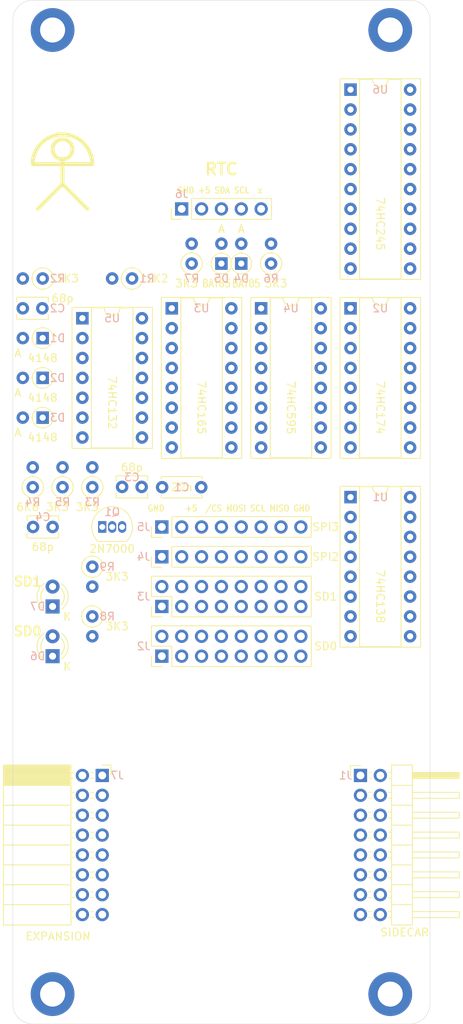
<source format=kicad_pcb>
(kicad_pcb (version 20240108) (generator "pcbnew") (generator_version "8.0")
  (layers (0 "F.Cu" signal) (31 "B.Cu" signal) (34 "B.Paste" user) (35 "F.Paste" user) (36 "B.SilkS" user "B.Silkscreen") (37 "F.SilkS" user "F.Silkscreen") (38 "B.Mask" user) (39 "F.Mask" user) (44 "Edge.Cuts" user))
  (net 0 "")
  (net 1 "GND")
  (net 2 "+5V")
  (net 3 "/~{WR}")
  (net 4 "/D_WR")
  (net 5 "/D_CLK")
  (net 6 "/CLK")
  (net 7 "/D_SCK")
  (net 8 "/~{SCLK}")
  (net 9 "/I2C_C")
  (net 10 "/SCL")
  (net 11 "/SDA")
  (net 12 "/I2C_D")
  (net 13 "/~{CS0}")
  (net 14 "/SD0")
  (net 15 "/~{CS1}")
  (net 16 "/SD1")
  (net 17 "/~{IOX}")
  (net 18 "PD7")
  (net 19 "/BA3")
  (net 20 "PD0")
  (net 21 "PD3")
  (net 22 "PD6")
  (net 23 "/BA1")
  (net 24 "PD2")
  (net 25 "/BR~{W}")
  (net 26 "PD1")
  (net 27 "PD4")
  (net 28 "/BA2")
  (net 29 "/BA0")
  (net 30 "PD5")
  (net 32 "/MOSI")
  (net 33 "/MISO")
  (net 34 "/SCLK")
  (net 39 "/~{CS2}")
  (net 41 "/~{CS3}")
  (net 43 "/R_CLK")
  (net 44 "/R_DLY")
  (net 45 "/~{CTL}")
  (net 46 "/~{RD}")
  (net 53 "/OCLK")
  (net 54 "/R_WR")
  (footprint "Diode_THT:D_DO-35_SOD27_P2.54mm_Vertical_AnodeUp" (layer "F.Cu") (at 29.21 73.66 180)
    (property "Reference" "D2" (at -1.905 0 0) (layer "B.SilkS") (effects (justify mirror)))
    (property "Value" "4148" (at 0 -2.54 0) (layer "F.SilkS"))
    (fp_text user "A" (at 3.175 -1.905 0) (layer "F.SilkS"))
    (pad "1" thru_hole rect (at 0 0 180) (size 1.6 1.6) (drill 0.8) (layers "*.Cu" "*.Mask") (net 5 "/D_CLK"))
    (pad "2" thru_hole oval (at 2.54 0 180) (size 1.6 1.6) (drill 0.8) (layers "*.Cu" "*.Mask") (net 1 "GND"))
  )
  (footprint "Diode_THT:D_DO-35_SOD27_P2.54mm_Vertical_AnodeUp" (layer "F.Cu") (at 54.61 59.055 90)
    (property "Reference" "D4" (at -1.905 0 0) (layer "B.SilkS") (effects (justify mirror)))
    (property "Value" "BAT85" (at -2.54 0.635 0) (layer "F.SilkS") (effects (font (size 1 0.8))))
    (fp_text user "A" (at 4.445 0 0) (layer "F.SilkS"))
    (pad "1" thru_hole rect (at 0 0 90) (size 1.6 1.6) (drill 0.8) (layers "*.Cu" "*.Mask") (net 10 "/SCL"))
    (pad "2" thru_hole oval (at 2.54 0 90) (size 1.6 1.6) (drill 0.8) (layers "*.Cu" "*.Mask") (net 9 "/I2C_C"))
  )
  (footprint "MountingHole:MountingHole_3.2mm_M3_DIN965_Pad" (layer "F.Cu") (at 73.66 152.4)
    (property "Reference" "H4" (hide yes))
    (property "Value" "MountingHole_Pad" (hide yes))
    (pad "1" thru_hole circle (at 0 0) (size 5.6 5.6) (drill 3.2) (layers "*.Cu" "*.Mask") (net 1 "GND"))
  )
  (footprint "LED_THT:LED_D3.0mm" (layer "F.Cu") (at 30.48 102.87 90)
    (property "Reference" "D7" (at 0 -1.905 0) (layer "B.SilkS") (effects (justify mirror)))
    (property "Value" "SD1" (at 3.175 -3.175 0) (layer "F.SilkS") (effects (font (size 1.2 1.2) (thickness 0.25) (bold yes))))
    (pad "1" thru_hole rect (at 0 0 90) (size 1.8 1.8) (drill 0.9) (layers "*.Cu" "*.Mask") (net 15 "/~{CS1}"))
    (pad "2" thru_hole circle (at 2.54 0 90) (size 1.8 1.8) (drill 0.9) (layers "*.Cu" "*.Mask") (net 16 "/SD1"))
  )
  (footprint "Capacitor_THT:C_Disc_D3.8mm_W2.6mm_P2.50mm" (layer "F.Cu") (at 26.67 64.77)
    (property "Reference" "C2" (at 4.445 0 0) (layer "B.SilkS") (effects (justify mirror)))
    (property "Value" "68p" (at 5.08 -1.27 0) (layer "F.SilkS"))
    (pad "1" thru_hole circle (at 0 0) (size 1.6 1.6) (drill 0.8) (layers "*.Cu" "*.Mask") (net 4 "/D_WR"))
    (pad "2" thru_hole circle (at 2.5 0) (size 1.6 1.6) (drill 0.8) (layers "*.Cu" "*.Mask") (net 3 "/~{WR}"))
  )
  (footprint "Resistor_THT:R_Axial_DIN0207_L6.3mm_D2.5mm_P2.54mm_Vertical" (layer "F.Cu") (at 40.64 60.96 180)
    (property "Reference" "R1" (at -1.905 0 0) (layer "B.SilkS") (effects (justify mirror)))
    (property "Value" "1K2" (at -3.175 0 0) (layer "F.SilkS"))
    (pad "1" thru_hole circle (at 0 0 180) (size 1.6 1.6) (drill 0.8) (layers "*.Cu" "*.Mask") (net 2 "+5V"))
    (pad "2" thru_hole oval (at 2.54 0 180) (size 1.6 1.6) (drill 0.8) (layers "*.Cu" "*.Mask") (net 8 "/~{SCLK}"))
  )
  (footprint "Connector_PinHeader_2.54mm:PinHeader_2x08_P2.54mm_Horizontal" (layer "F.Cu") (at 69.85 124.46)
    (property "Reference" "J1" (at -1.905 0 0) (layer "B.SilkS") (effects (justify mirror)))
    (property "Value" "SIDECAR" (at 5.655 20.05 0) (layer "F.SilkS"))
    (pad "1" thru_hole rect (at 0 0) (size 1.7 1.7) (drill 1) (layers "*.Cu" "*.Mask") (net 2 "+5V"))
    (pad "2" thru_hole oval (at 2.54 0) (size 1.7 1.7) (drill 1) (layers "*.Cu" "*.Mask") (net 20 "PD0"))
    (pad "3" thru_hole oval (at 0 2.54) (size 1.7 1.7) (drill 1) (layers "*.Cu" "*.Mask") (net 29 "/BA0"))
    (pad "4" thru_hole oval (at 2.54 2.54) (size 1.7 1.7) (drill 1) (layers "*.Cu" "*.Mask") (net 26 "PD1"))
    (pad "5" thru_hole oval (at 0 5.08) (size 1.7 1.7) (drill 1) (layers "*.Cu" "*.Mask") (net 23 "/BA1"))
    (pad "6" thru_hole oval (at 2.54 5.08) (size 1.7 1.7) (drill 1) (layers "*.Cu" "*.Mask") (net 24 "PD2"))
    (pad "7" thru_hole oval (at 0 7.62) (size 1.7 1.7) (drill 1) (layers "*.Cu" "*.Mask") (net 28 "/BA2"))
    (pad "8" thru_hole oval (at 2.54 7.62) (size 1.7 1.7) (drill 1) (layers "*.Cu" "*.Mask") (net 21 "PD3"))
    (pad "9" thru_hole oval (at 0 10.16) (size 1.7 1.7) (drill 1) (layers "*.Cu" "*.Mask") (net 19 "/BA3"))
    (pad "10" thru_hole oval (at 2.54 10.16) (size 1.7 1.7) (drill 1) (layers "*.Cu" "*.Mask") (net 27 "PD4"))
    (pad "11" thru_hole oval (at 0 12.7) (size 1.7 1.7) (drill 1) (layers "*.Cu" "*.Mask") (net 25 "/BR~{W}"))
    (pad "12" thru_hole oval (at 2.54 12.7) (size 1.7 1.7) (drill 1) (layers "*.Cu" "*.Mask") (net 30 "PD5"))
    (pad "13" thru_hole oval (at 0 15.24) (size 1.7 1.7) (drill 1) (layers "*.Cu" "*.Mask") (net 17 "/~{IOX}"))
    (pad "14" thru_hole oval (at 2.54 15.24) (size 1.7 1.7) (drill 1) (layers "*.Cu" "*.Mask") (net 22 "PD6"))
    (pad "15" thru_hole oval (at 0 17.78) (size 1.7 1.7) (drill 1) (layers "*.Cu" "*.Mask") (net 1 "GND"))
    (pad "16" thru_hole oval (at 2.54 17.78) (size 1.7 1.7) (drill 1) (layers "*.Cu" "*.Mask") (net 18 "PD7"))
  )
  (footprint "Connector_PinHeader_2.54mm:PinHeader_1x08_P2.54mm_Vertical" (layer "F.Cu") (at 44.45 92.71 90)
    (property "Reference" "J5" (at 0 -2.33 0) (layer "B.SilkS") (effects (justify mirror)))
    (property "Value" "SPI3" (at 0 20.955 0) (layer "F.SilkS"))
    (pad "1" thru_hole rect (at 0 0 90) (size 1.7 1.7) (drill 1) (layers "*.Cu" "*.Mask") (net 1 "GND"))
    (pad "2" thru_hole oval (at 0 2.54 90) (size 1.7 1.7) (drill 1) (layers "*.Cu" "*.Mask"))
    (pad "3" thru_hole oval (at 0 5.08 90) (size 1.7 1.7) (drill 1) (layers "*.Cu" "*.Mask") (net 2 "+5V"))
    (pad "4" thru_hole oval (at 0 7.62 90) (size 1.7 1.7) (drill 1) (layers "*.Cu" "*.Mask") (net 41 "/~{CS3}"))
    (pad "5" thru_hole oval (at 0 10.16 90) (size 1.7 1.7) (drill 1) (layers "*.Cu" "*.Mask") (net 32 "/MOSI"))
    (pad "6" thru_hole oval (at 0 12.7 90) (size 1.7 1.7) (drill 1) (layers "*.Cu" "*.Mask") (net 34 "/SCLK"))
    (pad "7" thru_hole oval (at 0 15.24 90) (size 1.7 1.7) (drill 1) (layers "*.Cu" "*.Mask") (net 33 "/MISO"))
    (pad "8" thru_hole oval (at 0 17.78 90) (size 1.7 1.7) (drill 1) (layers "*.Cu" "*.Mask") (net 1 "GND"))
  )
  (footprint "Capacitor_THT:C_Disc_D3.8mm_W2.6mm_P2.50mm" (layer "F.Cu") (at 27.98 92.71)
    (property "Reference" "C4" (at 1.25 -1.27 0) (layer "B.SilkS") (effects (justify mirror)))
    (property "Value" "68p" (at 1.25 2.55 0) (layer "F.SilkS"))
    (pad "1" thru_hole circle (at 0 0) (size 1.6 1.6) (drill 0.8) (layers "*.Cu" "*.Mask") (net 7 "/D_SCK"))
    (pad "2" thru_hole circle (at 2.5 0) (size 1.6 1.6) (drill 0.8) (layers "*.Cu" "*.Mask") (net 8 "/~{SCLK}"))
  )
  (footprint "Resistor_THT:R_Axial_DIN0207_L6.3mm_D2.5mm_P2.54mm_Vertical" (layer "F.Cu") (at 29.21 60.96 180)
    (property "Reference" "R2" (at -1.905 0 0) (layer "B.SilkS") (effects (justify mirror)))
    (property "Value" "3K3" (at -3.175 0 0) (layer "F.SilkS"))
    (pad "1" thru_hole circle (at 0 0 180) (size 1.6 1.6) (drill 0.8) (layers "*.Cu" "*.Mask") (net 4 "/D_WR"))
    (pad "2" thru_hole oval (at 2.54 0 180) (size 1.6 1.6) (drill 0.8) (layers "*.Cu" "*.Mask") (net 1 "GND"))
  )
  (footprint "Resistor_THT:R_Axial_DIN0207_L6.3mm_D2.5mm_P2.54mm_Vertical" (layer "F.Cu") (at 27.94 87.63 90)
    (property "Reference" "R4" (at -1.905 0 0) (layer "B.SilkS") (effects (justify mirror)))
    (property "Value" "6K8" (at -2.54 -0.635 0) (layer "F.SilkS"))
    (pad "1" thru_hole circle (at 0 0 90) (size 1.6 1.6) (drill 0.8) (layers "*.Cu" "*.Mask") (net 7 "/D_SCK"))
    (pad "2" thru_hole oval (at 2.54 0 90) (size 1.6 1.6) (drill 0.8) (layers "*.Cu" "*.Mask") (net 1 "GND"))
  )
  (footprint "Resistor_THT:R_Axial_DIN0207_L6.3mm_D2.5mm_P2.54mm_Vertical" (layer "F.Cu") (at 31.75 87.63 90)
    (property "Reference" "R5" (at -1.905 0 0) (layer "B.SilkS") (effects (justify mirror)))
    (property "Value" "3K3" (at -2.54 -0.635 0) (layer "F.SilkS"))
    (pad "1" thru_hole circle (at 0 0 90) (size 1.6 1.6) (drill 0.8) (layers "*.Cu" "*.Mask") (net 44 "/R_DLY"))
    (pad "2" thru_hole oval (at 2.54 0 90) (size 1.6 1.6) (drill 0.8) (layers "*.Cu" "*.Mask") (net 43 "/R_CLK"))
  )
  (footprint "Diode_THT:D_DO-35_SOD27_P2.54mm_Vertical_AnodeUp" (layer "F.Cu") (at 29.21 68.58 180)
    (property "Reference" "D1" (at -1.905 0 0) (layer "B.SilkS") (effects (justify mirror)))
    (property "Value" "4148" (at 0 -2.54 0) (layer "F.SilkS"))
    (fp_text user "A" (at 3.175 -1.905 0) (layer "F.SilkS"))
    (pad "1" thru_hole rect (at 0 0 180) (size 1.6 1.6) (drill 0.8) (layers "*.Cu" "*.Mask") (net 4 "/D_WR"))
    (pad "2" thru_hole oval (at 2.54 0 180) (size 1.6 1.6) (drill 0.8) (layers "*.Cu" "*.Mask") (net 1 "GND"))
  )
  (footprint "MountingHole:MountingHole_3.2mm_M3_DIN965_Pad" (layer "F.Cu") (at 73.66 29.21)
    (property "Reference" "H2" (hide yes))
    (property "Value" "MountingHole_Pad" (hide yes))
    (pad "1" thru_hole circle (at 0 0) (size 5.6 5.6) (drill 3.2) (layers "*.Cu" "*.Mask") (net 1 "GND"))
  )
  (footprint "Resistor_THT:R_Axial_DIN0207_L6.3mm_D2.5mm_P2.54mm_Vertical" (layer "F.Cu") (at 35.56 97.79 -90)
    (property "Reference" "R9" (at 0 -1.905 0) (layer "B.SilkS") (effects (justify mirror)))
    (property "Value" "3K3" (at 1.27 -3.175 0) (layer "F.SilkS"))
    (pad "1" thru_hole circle (at 0 0 270) (size 1.6 1.6) (drill 0.8) (layers "*.Cu" "*.Mask") (net 2 "+5V"))
    (pad "2" thru_hole oval (at 2.54 0 270) (size 1.6 1.6) (drill 0.8) (layers "*.Cu" "*.Mask") (net 16 "/SD1"))
  )
  (footprint "Connector_PinHeader_2.54mm:PinHeader_1x05_P2.54mm_Vertical" (layer "F.Cu") (at 46.99 52.07 90)
    (property "Reference" "J6" (at 1.905 0 0) (layer "B.SilkS") (effects (justify mirror)))
    (property "Value" "RTC" (at 5.08 5.08 0) (layer "F.SilkS") (effects (font (size 1.5 1.5) (thickness 0.3) (bold yes))))
    (pad "1" thru_hole rect (at 0 0 90) (size 1.7 1.7) (drill 1) (layers "*.Cu" "*.Mask") (net 1 "GND"))
    (pad "2" thru_hole oval (at 0 2.54 90) (size 1.7 1.7) (drill 1) (layers "*.Cu" "*.Mask") (net 2 "+5V"))
    (pad "3" thru_hole oval (at 0 5.08 90) (size 1.7 1.7) (drill 1) (layers "*.Cu" "*.Mask") (net 12 "/I2C_D"))
    (pad "4" thru_hole oval (at 0 7.62 90) (size 1.7 1.7) (drill 1) (layers "*.Cu" "*.Mask") (net 9 "/I2C_C"))
    (pad "5" thru_hole oval (at 0 10.16 90) (size 1.7 1.7) (drill 1) (layers "*.Cu" "*.Mask"))
  )
  (footprint "Package_TO_SOT_THT:TO-92_Inline" (layer "F.Cu") (at 36.83 92.71)
    (property "Reference" "Q1" (at 1.27 -1.905 0) (layer "B.SilkS") (effects (justify mirror)))
    (property "Value" "2N7000" (at 1.27 2.79 0) (layer "F.SilkS"))
    (pad "1" thru_hole rect (at 0 0) (size 1.05 1.5) (drill 0.75) (layers "*.Cu" "*.Mask") (net 1 "GND"))
    (pad "2" thru_hole oval (at 1.27 0) (size 1.05 1.5) (drill 0.75) (layers "*.Cu" "*.Mask") (net 34 "/SCLK"))
    (pad "3" thru_hole oval (at 2.54 0) (size 1.05 1.5) (drill 0.75) (layers "*.Cu" "*.Mask") (net 8 "/~{SCLK}"))
  )
  (footprint "Connector_PinSocket_2.54mm:PinSocket_2x08_P2.54mm_Horizontal" (layer "F.Cu") (at 36.83 124.46)
    (property "Reference" "J7" (at 1.905 0 0) (layer "B.SilkS") (effects (justify mirror)))
    (property "Value" "EXPANSION" (at -5.65 20.55 0) (layer "F.SilkS"))
    (pad "1" thru_hole rect (at 0 0) (size 1.7 1.7) (drill 1) (layers "*.Cu" "*.Mask") (net 2 "+5V"))
    (pad "2" thru_hole oval (at -2.54 0) (size 1.7 1.7) (drill 1) (layers "*.Cu" "*.Mask") (net 20 "PD0"))
    (pad "3" thru_hole oval (at 0 2.54) (size 1.7 1.7) (drill 1) (layers "*.Cu" "*.Mask") (net 29 "/BA0"))
    (pad "4" thru_hole oval (at -2.54 2.54) (size 1.7 1.7) (drill 1) (layers "*.Cu" "*.Mask") (net 26 "PD1"))
    (pad "5" thru_hole oval (at 0 5.08) (size 1.7 1.7) (drill 1) (layers "*.Cu" "*.Mask") (net 23 "/BA1"))
    (pad "6" thru_hole oval (at -2.54 5.08) (size 1.7 1.7) (drill 1) (layers "*.Cu" "*.Mask") (net 24 "PD2"))
    (pad "7" thru_hole oval (at 0 7.62) (size 1.7 1.7) (drill 1) (layers "*.Cu" "*.Mask") (net 28 "/BA2"))
    (pad "8" thru_hole oval (at -2.54 7.62) (size 1.7 1.7) (drill 1) (layers "*.Cu" "*.Mask") (net 21 "PD3"))
    (pad "9" thru_hole oval (at 0 10.16) (size 1.7 1.7) (drill 1) (layers "*.Cu" "*.Mask") (net 19 "/BA3"))
    (pad "10" thru_hole oval (at -2.54 10.16) (size 1.7 1.7) (drill 1) (layers "*.Cu" "*.Mask") (net 27 "PD4"))
    (pad "11" thru_hole oval (at 0 12.7) (size 1.7 1.7) (drill 1) (layers "*.Cu" "*.Mask") (net 25 "/BR~{W}"))
    (pad "12" thru_hole oval (at -2.54 12.7) (size 1.7 1.7) (drill 1) (layers "*.Cu" "*.Mask") (net 30 "PD5"))
    (pad "13" thru_hole oval (at 0 15.24) (size 1.7 1.7) (drill 1) (layers "*.Cu" "*.Mask") (net 17 "/~{IOX}"))
    (pad "14" thru_hole oval (at -2.54 15.24) (size 1.7 1.7) (drill 1) (layers "*.Cu" "*.Mask") (net 22 "PD6"))
    (pad "15" thru_hole oval (at 0 17.78) (size 1.7 1.7) (drill 1) (layers "*.Cu" "*.Mask") (net 1 "GND"))
    (pad "16" thru_hole oval (at -2.54 17.78) (size 1.7 1.7) (drill 1) (layers "*.Cu" "*.Mask") (net 18 "PD7"))
  )
  (footprint "Resistor_THT:R_Axial_DIN0207_L6.3mm_D2.5mm_P2.54mm_Vertical" (layer "F.Cu") (at 35.56 104.14 -90)
    (property "Reference" "R8" (at 0 -1.905 0) (layer "B.SilkS") (effects (justify mirror)))
    (property "Value" "3K3" (at 1.27 -3.175 0) (layer "F.SilkS"))
    (pad "1" thru_hole circle (at 0 0 270) (size 1.6 1.6) (drill 0.8) (layers "*.Cu" "*.Mask") (net 2 "+5V"))
    (pad "2" thru_hole oval (at 2.54 0 270) (size 1.6 1.6) (drill 0.8) (layers "*.Cu" "*.Mask") (net 14 "/SD0"))
  )
  (footprint "Connector_PinHeader_2.54mm:PinHeader_2x08_P2.54mm_Vertical" (layer "F.Cu") (at 44.45 109.22 90)
    (property "Reference" "J2" (at 1.27 -2.33 0) (layer "B.SilkS") (effects (justify mirror)))
    (property "Value" "SD0" (at 1.27 20.955 0) (layer "F.SilkS"))
    (pad "1" thru_hole rect (at 0 0 90) (size 1.7 1.7) (drill 1) (layers "*.Cu" "*.Mask") (net 1 "GND"))
    (pad "2" thru_hole oval (at 2.54 0 90) (size 1.7 1.7) (drill 1) (layers "*.Cu" "*.Mask") (net 1 "GND"))
    (pad "3" thru_hole oval (at 0 2.54 90) (size 1.7 1.7) (drill 1) (layers "*.Cu" "*.Mask"))
    (pad "4" thru_hole oval (at 2.54 2.54 90) (size 1.7 1.7) (drill 1) (layers "*.Cu" "*.Mask"))
    (pad "5" thru_hole oval (at 0 5.08 90) (size 1.7 1.7) (drill 1) (layers "*.Cu" "*.Mask") (net 2 "+5V"))
    (pad "6" thru_hole oval (at 2.54 5.08 90) (size 1.7 1.7) (drill 1) (layers "*.Cu" "*.Mask") (net 2 "+5V"))
    (pad "7" thru_hole oval (at 0 7.62 90) (size 1.7 1.7) (drill 1) (layers "*.Cu" "*.Mask") (net 13 "/~{CS0}"))
    (pad "8" thru_hole oval (at 2.54 7.62 90) (size 1.7 1.7) (drill 1) (layers "*.Cu" "*.Mask") (net 13 "/~{CS0}"))
    (pad "9" thru_hole oval (at 0 10.16 90) (size 1.7 1.7) (drill 1) (layers "*.Cu" "*.Mask") (net 32 "/MOSI"))
    (pad "10" thru_hole oval (at 2.54 10.16 90) (size 1.7 1.7) (drill 1) (layers "*.Cu" "*.Mask") (net 32 "/MOSI"))
    (pad "11" thru_hole oval (at 0 12.7 90) (size 1.7 1.7) (drill 1) (layers "*.Cu" "*.Mask") (net 34 "/SCLK"))
    (pad "12" thru_hole oval (at 2.54 12.7 90) (size 1.7 1.7) (drill 1) (layers "*.Cu" "*.Mask") (net 34 "/SCLK"))
    (pad "13" thru_hole oval (at 0 15.24 90) (size 1.7 1.7) (drill 1) (layers "*.Cu" "*.Mask") (net 33 "/MISO"))
    (pad "14" thru_hole oval (at 2.54 15.24 90) (size 1.7 1.7) (drill 1) (layers "*.Cu" "*.Mask") (net 33 "/MISO"))
    (pad "15" thru_hole oval (at 0 17.78 90) (size 1.7 1.7) (drill 1) (layers "*.Cu" "*.Mask") (net 1 "GND"))
    (pad "16" thru_hole oval (at 2.54 17.78 90) (size 1.7 1.7) (drill 1) (layers "*.Cu" "*.Mask") (net 1 "GND"))
  )
  (footprint "Package_DIP:DIP-14_W7.62mm_Socket" (layer "F.Cu") (at 34.29 66.04)
    (property "Reference" "U5" (at 3.81 0 0) (layer "B.SilkS") (effects (justify mirror)))
    (property "Value" "74HC132" (at 3.81 10.795 -90) (layer "F.SilkS"))
    (pad "1" thru_hole rect (at 0 0) (size 1.6 1.6) (drill 0.8) (layers "*.Cu" "*.Mask") (net 4 "/D_WR"))
    (pad "2" thru_hole oval (at 0 2.54) (size 1.6 1.6) (drill 0.8) (layers "*.Cu" "*.Mask") (net 4 "/D_WR"))
    (pad "3" thru_hole oval (at 0 5.08) (size 1.6 1.6) (drill 0.8) (layers "*.Cu" "*.Mask") (net 54 "/R_WR"))
    (pad "4" thru_hole oval (at 0 7.62) (size 1.6 1.6) (drill 0.8) (layers "*.Cu" "*.Mask") (net 5 "/D_CLK"))
    (pad "5" thru_hole oval (at 0 10.16) (size 1.6 1.6) (drill 0.8) (layers "*.Cu" "*.Mask") (net 5 "/D_CLK"))
    (pad "6" thru_hole oval (at 0 12.7) (size 1.6 1.6) (drill 0.8) (layers "*.Cu" "*.Mask") (net 43 "/R_CLK"))
    (pad "7" thru_hole oval (at 0 15.24) (size 1.6 1.6) (drill 0.8) (layers "*.Cu" "*.Mask") (net 1 "GND"))
    (pad "8" thru_hole oval (at 7.62 15.24) (size 1.6 1.6) (drill 0.8) (layers "*.Cu" "*.Mask") (net 53 "/OCLK"))
    (pad "9" thru_hole oval (at 7.62 12.7) (size 1.6 1.6) (drill 0.8) (layers "*.Cu" "*.Mask") (net 7 "/D_SCK"))
    (pad "10" thru_hole oval (at 7.62 10.16) (size 1.6 1.6) (drill 0.8) (layers "*.Cu" "*.Mask") (net 7 "/D_SCK"))
    (pad "11" thru_hole oval (at 7.62 7.62) (size 1.6 1.6) (drill 0.8) (layers "*.Cu" "*.Mask") (net 34 "/SCLK"))
    (pad "12" thru_hole oval (at 7.62 5.08) (size 1.6 1.6) (drill 0.8) (layers "*.Cu" "*.Mask") (net 54 "/R_WR"))
    (pad "13" thru_hole oval (at 7.62 2.54) (size 1.6 1.6) (drill 0.8) (layers "*.Cu" "*.Mask") (net 44 "/R_DLY"))
    (pad "14" thru_hole oval (at 7.62 0) (size 1.6 1.6) (drill 0.8) (layers "*.Cu" "*.Mask") (net 2 "+5V"))
  )
  (footprint "Resistor_THT:R_Axial_DIN0207_L6.3mm_D2.5mm_P2.54mm_Vertical" (layer "F.Cu") (at 58.42 59.055 90)
    (property "Reference" "R6" (at -1.905 0 0) (layer "B.SilkS") (effects (justify mirror)))
    (property "Value" "3K3" (at -2.54 0.635 0) (layer "F.SilkS"))
    (pad "1" thru_hole circle (at 0 0 90) (size 1.6 1.6) (drill 0.8) (layers "*.Cu" "*.Mask") (net 2 "+5V"))
    (pad "2" thru_hole oval (at 2.54 0 90) (size 1.6 1.6) (drill 0.8) (layers "*.Cu" "*.Mask") (net 9 "/I2C_C"))
  )
  (footprint "LED_THT:LED_D3.0mm" (layer "F.Cu") (at 30.48 109.22 90)
    (property "Reference" "D6" (at 0 -1.905 0) (layer "B.SilkS") (effects (justify mirror)))
    (property "Value" "SD0" (at 3.175 -3.175 0) (layer "F.SilkS") (effects (font (size 1.2 1.2) (thickness 0.25) (bold yes))))
    (pad "1" thru_hole rect (at 0 0 90) (size 1.8 1.8) (drill 0.9) (layers "*.Cu" "*.Mask") (net 13 "/~{CS0}"))
    (pad "2" thru_hole circle (at 2.54 0 90) (size 1.8 1.8) (drill 0.9) (layers "*.Cu" "*.Mask") (net 14 "/SD0"))
  )
  (footprint "Resistor_THT:R_Axial_DIN0207_L6.3mm_D2.5mm_P2.54mm_Vertical" (layer "F.Cu") (at 35.56 87.63 90)
    (property "Reference" "R3" (at -1.905 0 0) (layer "B.SilkS") (effects (justify mirror)))
    (property "Value" "3K3" (at -2.54 -0.635 0) (layer "F.SilkS"))
    (pad "1" thru_hole circle (at 0 0 90) (size 1.6 1.6) (drill 0.8) (layers "*.Cu" "*.Mask") (net 5 "/D_CLK"))
    (pad "2" thru_hole oval (at 2.54 0 90) (size 1.6 1.6) (drill 0.8) (layers "*.Cu" "*.Mask") (net 1 "GND"))
  )
  (footprint "Package_DIP:DIP-20_W7.62mm_Socket" (layer "F.Cu") (at 68.58 36.83)
    (property "Reference" "U6" (at 3.81 0 0) (layer "B.SilkS") (effects (justify mirror)))
    (property "Value" "74HC245" (at 3.81 17.145 -90) (layer "F.SilkS"))
    (pad "1" thru_hole rect (at 0 0) (size 1.6 1.6) (drill 0.8) (layers "*.Cu" "*.Mask") (net 2 "+5V"))
    (pad "2" thru_hole oval (at 0 2.54) (size 1.6 1.6) (drill 0.8) (layers "*.Cu" "*.Mask") (net 13 "/~{CS0}"))
    (pad "3" thru_hole oval (at 0 5.08) (size 1.6 1.6) (drill 0.8) (layers "*.Cu" "*.Mask") (net 15 "/~{CS1}"))
    (pad "4" thru_hole oval (at 0 7.62) (size 1.6 1.6) (drill 0.8) (layers "*.Cu" "*.Mask") (net 39 "/~{CS2}"))
    (pad "5" thru_hole oval (at 0 10.16) (size 1.6 1.6) (drill 0.8) (layers "*.Cu" "*.Mask") (net 41 "/~{CS3}"))
    (pad "6" thru_hole oval (at 0 12.7) (size 1.6 1.6) (drill 0.8) (layers "*.Cu" "*.Mask") (net 10 "/SCL"))
    (pad "7" thru_hole oval (at 0 15.24) (size 1.6 1.6) (drill 0.8) (layers "*.Cu" "*.Mask") (net 11 "/SDA"))
    (pad "8" thru_hole oval (at 0 17.78) (size 1.6 1.6) (drill 0.8) (layers "*.Cu" "*.Mask") (net 9 "/I2C_C"))
    (pad "9" thru_hole oval (at 0 20.32) (size 1.6 1.6) (drill 0.8) (layers "*.Cu" "*.Mask") (net 12 "/I2C_D"))
    (pad "10" thru_hole oval (at 0 22.86) (size 1.6 1.6) (drill 0.8) (layers "*.Cu" "*.Mask") (net 1 "GND"))
    (pad "11" thru_hole oval (at 7.62 22.86) (size 1.6 1.6) (drill 0.8) (layers "*.Cu" "*.Mask") (net 18 "PD7"))
    (pad "12" thru_hole oval (at 7.62 20.32) (size 1.6 1.6) (drill 0.8) (layers "*.Cu" "*.Mask") (net 22 "PD6"))
    (pad "13" thru_hole oval (at 7.62 17.78) (size 1.6 1.6) (drill 0.8) (layers "*.Cu" "*.Mask") (net 30 "PD5"))
    (pad "14" thru_hole oval (at 7.62 15.24) (size 1.6 1.6) (drill 0.8) (layers "*.Cu" "*.Mask") (net 27 "PD4"))
    (pad "15" thru_hole oval (at 7.62 12.7) (size 1.6 1.6) (drill 0.8) (layers "*.Cu" "*.Mask") (net 21 "PD3"))
    (pad "16" thru_hole oval (at 7.62 10.16) (size 1.6 1.6) (drill 0.8) (layers "*.Cu" "*.Mask") (net 24 "PD2"))
    (pad "17" thru_hole oval (at 7.62 7.62) (size 1.6 1.6) (drill 0.8) (layers "*.Cu" "*.Mask") (net 26 "PD1"))
    (pad "18" thru_hole oval (at 7.62 5.08) (size 1.6 1.6) (drill 0.8) (layers "*.Cu" "*.Mask") (net 20 "PD0"))
    (pad "19" thru_hole oval (at 7.62 2.54) (size 1.6 1.6) (drill 0.8) (layers "*.Cu" "*.Mask") (net 6 "/CLK"))
    (pad "20" thru_hole oval (at 7.62 0) (size 1.6 1.6) (drill 0.8) (layers "*.Cu" "*.Mask") (net 2 "+5V"))
  )
  (footprint "Diode_THT:D_DO-35_SOD27_P2.54mm_Vertical_AnodeUp" (layer "F.Cu") (at 52.07 59.055 90)
    (property "Reference" "D5" (at -1.905 0 0) (layer "B.SilkS") (effects (justify mirror)))
    (property "Value" "BAT85" (at -2.54 -0.635 0) (layer "F.SilkS") (effects (font (size 1 0.8))))
    (fp_text user "A" (at 4.445 0 0) (layer "F.SilkS"))
    (pad "1" thru_hole rect (at 0 0 90) (size 1.6 1.6) (drill 0.8) (layers "*.Cu" "*.Mask") (net 11 "/SDA"))
    (pad "2" thru_hole oval (at 2.54 0 90) (size 1.6 1.6) (drill 0.8) (layers "*.Cu" "*.Mask") (net 12 "/I2C_D"))
  )
  (footprint "Capacitor_THT:C_Disc_D3.8mm_W2.6mm_P2.50mm" (layer "F.Cu") (at 39.37 87.59)
    (property "Reference" "C3" (at 1.25 -1.23 0) (layer "B.SilkS") (effects (justify mirror)))
    (property "Value" "68p" (at 1.25 -2.5 0) (layer "F.SilkS"))
    (pad "1" thru_hole circle (at 0 0) (size 1.6 1.6) (drill 0.8) (layers "*.Cu" "*.Mask") (net 5 "/D_CLK"))
    (pad "2" thru_hole circle (at 2.5 0) (size 1.6 1.6) (drill 0.8) (layers "*.Cu" "*.Mask") (net 6 "/CLK"))
  )
  (footprint "Package_DIP:DIP-16_W7.62mm_Socket" (layer "F.Cu") (at 57.15 64.77)
    (property "Reference" "U4" (at 3.81 0 0) (layer "B.SilkS") (effects (justify mirror)))
    (property "Value" "74HC595" (at 3.81 12.7 -90) (layer "F.SilkS"))
    (pad "1" thru_hole rect (at 0 0) (size 1.6 1.6) (drill 0.8) (layers "*.Cu" "*.Mask") (net 26 "PD1"))
    (pad "2" thru_hole oval (at 0 2.54) (size 1.6 1.6) (drill 0.8) (layers "*.Cu" "*.Mask") (net 24 "PD2"))
    (pad "3" thru_hole oval (at 0 5.08) (size 1.6 1.6) (drill 0.8) (layers "*.Cu" "*.Mask") (net 21 "PD3"))
    (pad "4" thru_hole oval (at 0 7.62) (size 1.6 1.6) (drill 0.8) (layers "*.Cu" "*.Mask") (net 27 "PD4"))
    (pad "5" thru_hole oval (at 0 10.16) (size 1.6 1.6) (drill 0.8) (layers "*.Cu" "*.Mask") (net 30 "PD5"))
    (pad "6" thru_hole oval (at 0 12.7) (size 1.6 1.6) (drill 0.8) (layers "*.Cu" "*.Mask") (net 22 "PD6"))
    (pad "7" thru_hole oval (at 0 15.24) (size 1.6 1.6) (drill 0.8) (layers "*.Cu" "*.Mask") (net 18 "PD7"))
    (pad "8" thru_hole oval (at 0 17.78) (size 1.6 1.6) (drill 0.8) (layers "*.Cu" "*.Mask") (net 1 "GND"))
    (pad "9" thru_hole oval (at 7.62 17.78) (size 1.6 1.6) (drill 0.8) (layers "*.Cu" "*.Mask"))
    (pad "10" thru_hole oval (at 7.62 15.24) (size 1.6 1.6) (drill 0.8) (layers "*.Cu" "*.Mask") (net 2 "+5V"))
    (pad "11" thru_hole oval (at 7.62 12.7) (size 1.6 1.6) (drill 0.8) (layers "*.Cu" "*.Mask") (net 53 "/OCLK"))
    (pad "12" thru_hole oval (at 7.62 10.16) (size 1.6 1.6) (drill 0.8) (layers "*.Cu" "*.Mask") (net 53 "/OCLK"))
    (pad "13" thru_hole oval (at 7.62 7.62) (size 1.6 1.6) (drill 0.8) (layers "*.Cu" "*.Mask") (net 46 "/~{RD}"))
    (pad "14" thru_hole oval (at 7.62 5.08) (size 1.6 1.6) (drill 0.8) (layers "*.Cu" "*.Mask") (net 33 "/MISO"))
    (pad "15" thru_hole oval (at 7.62 2.54) (size 1.6 1.6) (drill 0.8) (layers "*.Cu" "*.Mask") (net 20 "PD0"))
    (pad "16" thru_hole oval (at 7.62 0) (size 1.6 1.6) (drill 0.8) (layers "*.Cu" "*.Mask") (net 2 "+5V"))
  )
  (footprint "Connector_PinHeader_2.54mm:PinHeader_2x08_P2.54mm_Vertical" (layer "F.Cu") (at 44.45 102.87 90)
    (property "Reference" "J3" (at 1.27 -2.33 0) (layer "B.SilkS") (effects (justify mirror)))
    (property "Value" "SD1" (at 1.27 20.955 0) (layer "F.SilkS"))
    (pad "1" thru_hole rect (at 0 0 90) (size 1.7 1.7) (drill 1) (layers "*.Cu" "*.Mask") (net 1 "GND"))
    (pad "2" thru_hole oval (at 2.54 0 90) (size 1.7 1.7) (drill 1) (layers "*.Cu" "*.Mask") (net 1 "GND"))
    (pad "3" thru_hole oval (at 0 2.54 90) (size 1.7 1.7) (drill 1) (layers "*.Cu" "*.Mask"))
    (pad "4" thru_hole oval (at 2.54 2.54 90) (size 1.7 1.7) (drill 1) (layers "*.Cu" "*.Mask"))
    (pad "5" thru_hole oval (at 0 5.08 90) (size 1.7 1.7) (drill 1) (layers "*.Cu" "*.Mask") (net 2 "+5V"))
    (pad "6" thru_hole oval (at 2.54 5.08 90) (size 1.7 1.7) (drill 1) (layers "*.Cu" "*.Mask") (net 2 "+5V"))
    (pad "7" thru_hole oval (at 0 7.62 90) (size 1.7 1.7) (drill 1) (layers "*.Cu" "*.Mask") (net 15 "/~{CS1}"))
    (pad "8" thru_hole oval (at 2.54 7.62 90) (size 1.7 1.7) (drill 1) (layers "*.Cu" "*.Mask") (net 15 "/~{CS1}"))
    (pad "9" thru_hole oval (at 0 10.16 90) (size 1.7 1.7) (drill 1) (layers "*.Cu" "*.Mask") (net 32 "/MOSI"))
    (pad "10" thru_hole oval (at 2.54 10.16 90) (size 1.7 1.7) (drill 1) (layers "*.Cu" "*.Mask") (net 32 "/MOSI"))
    (pad "11" thru_hole oval (at 0 12.7 90) (size 1.7 1.7) (drill 1) (layers "*.Cu" "*.Mask") (net 34 "/SCLK"))
    (pad "12" thru_hole oval (at 2.54 12.7 90) (size 1.7 1.7) (drill 1) (layers "*.Cu" "*.Mask") (net 34 "/SCLK"))
    (pad "13" thru_hole oval (at 0 15.24 90) (size 1.7 1.7) (drill 1) (layers "*.Cu" "*.Mask") (net 33 "/MISO"))
    (pad "14" thru_hole oval (at 2.54 15.24 90) (size 1.7 1.7) (drill 1) (layers "*.Cu" "*.Mask") (net 33 "/MISO"))
    (pad "15" thru_hole oval (at 0 17.78 90) (size 1.7 1.7) (drill 1) (layers "*.Cu" "*.Mask") (net 1 "GND"))
    (pad "16" thru_hole oval (at 2.54 17.78 90) (size 1.7 1.7) (drill 1) (layers "*.Cu" "*.Mask") (net 1 "GND"))
  )
  (footprint "MountingHole:MountingHole_3.2mm_M3_DIN965_Pad" (layer "F.Cu") (at 30.48 152.4)
    (property "Reference" "H3" (hide yes))
    (property "Value" "MountingHole_Pad" (hide yes))
    (pad "1" thru_hole circle (at 0 0) (size 5.6 5.6) (drill 3.2) (layers "*.Cu" "*.Mask") (net 1 "GND"))
  )
  (footprint "Package_DIP:DIP-16_W7.62mm_Socket" (layer "F.Cu") (at 45.72 64.77)
    (property "Reference" "U3" (at 3.81 0 0) (layer "B.SilkS") (effects (justify mirror)))
    (property "Value" "74HC165" (at 3.81 12.7 -90) (layer "F.SilkS"))
    (pad "1" thru_hole rect (at 0 0) (size 1.6 1.6) (drill 0.8) (layers "*.Cu" "*.Mask") (net 3 "/~{WR}"))
    (pad "2" thru_hole oval (at 0 2.54) (size 1.6 1.6) (drill 0.8) (layers "*.Cu" "*.Mask") (net 6 "/CLK"))
    (pad "3" thru_hole oval (at 0 5.08) (size 1.6 1.6) (drill 0.8) (layers "*.Cu" "*.Mask") (net 27 "PD4"))
    (pad "4" thru_hole oval (at 0 7.62) (size 1.6 1.6) (drill 0.8) (layers "*.Cu" "*.Mask") (net 30 "PD5"))
    (pad "5" thru_hole oval (at 0 10.16) (size 1.6 1.6) (drill 0.8) (layers "*.Cu" "*.Mask") (net 22 "PD6"))
    (pad "6" thru_hole oval (at 0 12.7) (size 1.6 1.6) (drill 0.8) (layers "*.Cu" "*.Mask") (net 18 "PD7"))
    (pad "7" thru_hole oval (at 0 15.24) (size 1.6 1.6) (drill 0.8) (layers "*.Cu" "*.Mask"))
    (pad "8" thru_hole oval (at 0 17.78) (size 1.6 1.6) (drill 0.8) (layers "*.Cu" "*.Mask") (net 1 "GND"))
    (pad "9" thru_hole oval (at 7.62 17.78) (size 1.6 1.6) (drill 0.8) (layers "*.Cu" "*.Mask") (net 32 "/MOSI"))
    (pad "10" thru_hole oval (at 7.62 15.24) (size 1.6 1.6) (drill 0.8) (layers "*.Cu" "*.Mask") (net 2 "+5V"))
    (pad "11" thru_hole oval (at 7.62 12.7) (size 1.6 1.6) (drill 0.8) (layers "*.Cu" "*.Mask") (net 20 "PD0"))
    (pad "12" thru_hole oval (at 7.62 10.16) (size 1.6 1.6) (drill 0.8) (layers "*.Cu" "*.Mask") (net 26 "PD1"))
    (pad "13" thru_hole oval (at 7.62 7.62) (size 1.6 1.6) (drill 0.8) (layers "*.Cu" "*.Mask") (net 24 "PD2"))
    (pad "14" thru_hole oval (at 7.62 5.08) (size 1.6 1.6) (drill 0.8) (layers "*.Cu" "*.Mask") (net 21 "PD3"))
    (pad "15" thru_hole oval (at 7.62 2.54) (size 1.6 1.6) (drill 0.8) (layers "*.Cu" "*.Mask") (net 1 "GND"))
    (pad "16" thru_hole oval (at 7.62 0) (size 1.6 1.6) (drill 0.8) (layers "*.Cu" "*.Mask") (net 2 "+5V"))
  )
  (footprint "Package_DIP:DIP-16_W7.62mm_Socket" (layer "F.Cu") (at 68.58 88.9)
    (property "Reference" "U1" (at 3.81 0 0) (layer "B.SilkS") (effects (justify mirror)))
    (property "Value" "74HC138" (at 3.81 12.7 -90) (layer "F.SilkS"))
    (pad "1" thru_hole rect (at 0 0) (size 1.6 1.6) (drill 0.8) (layers "*.Cu" "*.Mask") (net 25 "/BR~{W}"))
    (pad "2" thru_hole oval (at 0 2.54) (size 1.6 1.6) (drill 0.8) (layers "*.Cu" "*.Mask") (net 29 "/BA0"))
    (pad "3" thru_hole oval (at 0 5.08) (size 1.6 1.6) (drill 0.8) (layers "*.Cu" "*.Mask") (net 23 "/BA1"))
    (pad "4" thru_hole oval (at 0 7.62) (size 1.6 1.6) (drill 0.8) (layers "*.Cu" "*.Mask") (net 17 "/~{IOX}"))
    (pad "5" thru_hole oval (at 0 10.16) (size 1.6 1.6) (drill 0.8) (layers "*.Cu" "*.Mask") (net 19 "/BA3"))
    (pad "6" thru_hole oval (at 0 12.7) (size 1.6 1.6) (drill 0.8) (layers "*.Cu" "*.Mask") (net 28 "/BA2"))
    (pad "7" thru_hole oval (at 0 15.24) (size 1.6 1.6) (drill 0.8) (layers "*.Cu" "*.Mask") (net 6 "/CLK"))
    (pad "8" thru_hole oval (at 0 17.78) (size 1.6 1.6) (drill 0.8) (layers "*.Cu" "*.Mask") (net 1 "GND"))
    (pad "9" thru_hole oval (at 7.62 17.78) (size 1.6 1.6) (drill 0.8) (layers "*.Cu" "*.Mask") (net 45 "/~{CTL}"))
    (pad "10" thru_hole oval (at 7.62 15.24) (size 1.6 1.6) (drill 0.8) (layers "*.Cu" "*.Mask") (net 46 "/~{RD}"))
    (pad "11" thru_hole oval (at 7.62 12.7) (size 1.6 1.6) (drill 0.8) (layers "*.Cu" "*.Mask") (net 3 "/~{WR}"))
    (pad "12" thru_hole oval (at 7.62 10.16) (size 1.6 1.6) (drill 0.8) (layers "*.Cu" "*.Mask"))
    (pad "13" thru_hole oval (at 7.62 7.62) (size 1.6 1.6) (drill 0.8) (layers "*.Cu" "*.Mask"))
    (pad "14" thru_hole oval (at 7.62 5.08) (size 1.6 1.6) (drill 0.8) (layers "*.Cu" "*.Mask"))
    (pad "15" thru_hole oval (at 7.62 2.54) (size 1.6 1.6) (drill 0.8) (layers "*.Cu" "*.Mask"))
    (pad "16" thru_hole oval (at 7.62 0) (size 1.6 1.6) (drill 0.8) (layers "*.Cu" "*.Mask") (net 2 "+5V"))
  )
  (footprint "Capacitor_THT:C_Disc_D5.0mm_W2.5mm_P5.00mm" (layer "F.Cu") (at 49.49 87.63 180)
    (property "Reference" "C1" (at 2.5 0 0) (layer "B.SilkS") (effects (justify mirror)))
    (property "Value" "22n" (at 2.5 0 0) (layer "F.SilkS"))
    (pad "1" thru_hole circle (at 0 0 180) (size 1.6 1.6) (drill 0.8) (layers "*.Cu" "*.Mask") (net 2 "+5V"))
    (pad "2" thru_hole circle (at 5 0 180) (size 1.6 1.6) (drill 0.8) (layers "*.Cu" "*.Mask") (net 1 "GND"))
  )
  (footprint "Diode_THT:D_DO-35_SOD27_P2.54mm_Vertical_AnodeUp" (layer "F.Cu") (at 29.21 78.74 180)
    (property "Reference" "D3" (at -1.905 0 0) (layer "B.SilkS") (effects (justify mirror)))
    (property "Value" "4148" (at 0 -2.54 0) (layer "F.SilkS"))
    (pad "1" thru_hole rect (at 0 0 180) (size 1.6 1.6) (drill 0.8) (layers "*.Cu" "*.Mask") (net 7 "/D_SCK"))
    (pad "2" thru_hole oval (at 2.54 0 180) (size 1.6 1.6) (drill 0.8) (layers "*.Cu" "*.Mask") (net 1 "GND"))
  )
  (footprint "MountingHole:MountingHole_3.2mm_M3_DIN965_Pad" (layer "F.Cu") (at 30.48 29.21)
    (property "Reference" "H1" (hide yes))
    (property "Value" "MountingHole_Pad" (hide yes))
    (pad "1" thru_hole circle (at 0 0) (size 5.6 5.6) (drill 3.2) (layers "*.Cu" "*.Mask") (net 1 "GND"))
  )
  (footprint "Connector_PinHeader_2.54mm:PinHeader_1x08_P2.54mm_Vertical" (layer "F.Cu") (at 44.45 96.52 90)
    (property "Reference" "J4" (at 0 -2.33 0) (layer "B.SilkS") (effects (justify mirror)))
    (property "Value" "SPI2" (at 0 20.955 0) (layer "F.SilkS"))
    (pad "1" thru_hole rect (at 0 0 90) (size 1.7 1.7) (drill 1) (layers "*.Cu" "*.Mask") (net 1 "GND"))
    (pad "2" thru_hole oval (at 0 2.54 90) (size 1.7 1.7) (drill 1) (layers "*.Cu" "*.Mask"))
    (pad "3" thru_hole oval (at 0 5.08 90) (size 1.7 1.7) (drill 1) (layers "*.Cu" "*.Mask") (net 2 "+5V"))
    (pad "4" thru_hole oval (at 0 7.62 90) (size 1.7 1.7) (drill 1) (layers "*.Cu" "*.Mask") (net 39 "/~{CS2}"))
    (pad "5" thru_hole oval (at 0 10.16 90) (size 1.7 1.7) (drill 1) (layers "*.Cu" "*.Mask") (net 32 "/MOSI"))
    (pad "6" thru_hole oval (at 0 12.7 90) (size 1.7 1.7) (drill 1) (layers "*.Cu" "*.Mask") (net 34 "/SCLK"))
    (pad "7" thru_hole oval (at 0 15.24 90) (size 1.7 1.7) (drill 1) (layers "*.Cu" "*.Mask") (net 33 "/MISO"))
    (pad "8" thru_hole oval (at 0 17.78 90) (size 1.7 1.7) (drill 1) (layers "*.Cu" "*.Mask") (net 1 "GND"))
  )
  (footprint "Package_DIP:DIP-16_W7.62mm_Socket" (layer "F.Cu") (at 68.58 64.77)
    (property "Reference" "U2" (at 3.81 0 0) (layer "B.SilkS") (effects (justify mirror)))
    (property "Value" "74HC174" (at 3.81 12.7 -90) (layer "F.SilkS"))
    (pad "1" thru_hole rect (at 0 0) (size 1.6 1.6) (drill 0.8) (layers "*.Cu" "*.Mask") (net 2 "+5V"))
    (pad "2" thru_hole oval (at 0 2.54) (size 1.6 1.6) (drill 0.8) (layers "*.Cu" "*.Mask") (net 15 "/~{CS1}"))
    (pad "3" thru_hole oval (at 0 5.08) (size 1.6 1.6) (drill 0.8) (layers "*.Cu" "*.Mask") (net 26 "PD1"))
    (pad "4" thru_hole oval (at 0 7.62) (size 1.6 1.6) (drill 0.8) (layers "*.Cu" "*.Mask") (net 21 "PD3"))
    (pad "5" thru_hole oval (at 0 10.16) (size 1.6 1.6) (drill 0.8) (layers "*.Cu" "*.Mask") (net 41 "/~{CS3}"))
    (pad "6" thru_hole oval (at 0 12.7) (size 1.6 1.6) (drill 0.8) (layers "*.Cu" "*.Mask") (net 30 "PD5"))
    (pad "7" thru_hole oval (at 0 15.24) (size 1.6 1.6) (drill 0.8) (layers "*.Cu" "*.Mask") (net 11 "/SDA"))
    (pad "8" thru_hole oval (at 0 17.78) (size 1.6 1.6) (drill 0.8) (layers "*.Cu" "*.Mask") (net 1 "GND"))
    (pad "9" thru_hole oval (at 7.62 17.78) (size 1.6 1.6) (drill 0.8) (layers "*.Cu" "*.Mask") (net 45 "/~{CTL}"))
    (pad "10" thru_hole oval (at 7.62 15.24) (size 1.6 1.6) (drill 0.8) (layers "*.Cu" "*.Mask") (net 10 "/SCL"))
    (pad "11" thru_hole oval (at 7.62 12.7) (size 1.6 1.6) (drill 0.8) (layers "*.Cu" "*.Mask") (net 27 "PD4"))
    (pad "12" thru_hole oval (at 7.62 10.16) (size 1.6 1.6) (drill 0.8) (layers "*.Cu" "*.Mask") (net 39 "/~{CS2}"))
    (pad "13" thru_hole oval (at 7.62 7.62) (size 1.6 1.6) (drill 0.8) (layers "*.Cu" "*.Mask") (net 24 "PD2"))
    (pad "14" thru_hole oval (at 7.62 5.08) (size 1.6 1.6) (drill 0.8) (layers "*.Cu" "*.Mask") (net 20 "PD0"))
    (pad "15" thru_hole oval (at 7.62 2.54) (size 1.6 1.6) (drill 0.8) (layers "*.Cu" "*.Mask") (net 13 "/~{CS0}"))
    (pad "16" thru_hole oval (at 7.62 0) (size 1.6 1.6) (drill 0.8) (layers "*.Cu" "*.Mask") (net 2 "+5V"))
  )
  (footprint "Resistor_THT:R_Axial_DIN0207_L6.3mm_D2.5mm_P2.54mm_Vertical" (layer "F.Cu") (at 48.26 59.055 90)
    (property "Reference" "R7" (at -1.905 0 0) (layer "B.SilkS") (effects (justify mirror)))
    (property "Value" "3K3" (at -2.54 -0.635 0) (layer "F.SilkS"))
    (pad "1" thru_hole circle (at 0 0 90) (size 1.6 1.6) (drill 0.8) (layers "*.Cu" "*.Mask") (net 2 "+5V"))
    (pad "2" thru_hole oval (at 2.54 0 90) (size 1.6 1.6) (drill 0.8) (layers "*.Cu" "*.Mask") (net 12 "/I2C_D"))
  )
  (gr_arc (start 27.94 46.355) (mid 31.75 42.545) (end 35.56 46.355) (stroke (width 0.5)) (layer "F.SilkS"))
  (gr_line (start 31.75 48.895) (end 34.925 52.07) (stroke (width 0.5)) (layer "F.SilkS"))
  (gr_line (start 31.75 48.895) (end 28.575 52.07) (stroke (width 0.5)) (layer "F.SilkS"))
  (gr_line (start 31.75 45.72) (end 31.75 48.895) (stroke (width 0.5)) (layer "F.SilkS"))
  (gr_line (start 27.94 46.355) (end 35.56 46.355) (stroke (width 0.5)) (layer "F.SilkS"))
  (gr_circle (center 31.75 44.45) (end 33.02 44.45) (stroke (width 0.5)) (fill none) (layer "F.SilkS"))
  (gr_arc (start 78.74 153.67) (mid 77.996051 155.466051) (end 76.2 156.21) (stroke (width 0.05)) (layer "Edge.Cuts"))
  (gr_line (start 78.74 27.94) (end 78.74 153.67) (stroke (width 0.05)) (layer "Edge.Cuts"))
  (gr_arc (start 76.2 25.4) (mid 77.996051 26.143949) (end 78.74 27.94) (stroke (width 0.05)) (layer "Edge.Cuts"))
  (gr_arc (start 25.4 27.94) (mid 26.143949 26.143949) (end 27.94 25.4) (stroke (width 0.05)) (layer "Edge.Cuts"))
  (gr_arc (start 27.94 156.21) (mid 26.143949 155.466051) (end 25.4 153.67) (stroke (width 0.05)) (layer "Edge.Cuts"))
  (gr_line (start 25.4 153.67) (end 25.4 27.94) (stroke (width 0.05)) (layer "Edge.Cuts"))
  (gr_line (start 76.2 156.21) (end 27.94 156.21) (stroke (width 0.05)) (layer "Edge.Cuts"))
  (gr_line (start 27.94 25.4) (end 76.2 25.4) (stroke (width 0.05)) (layer "Edge.Cuts"))
  (gr_text "A" (at 26.035 80.645 0) (layer "F.SilkS") (effects (font (size 1 1))))
  (gr_text "GND +5 SDA SCL  x" (at 46.355 50.165 0) (layer "F.SilkS") (effects (font (size 0.8 0.7)) (justify left bottom)))
  (gr_text "K" (at 31.75 104.775 0) (layer "F.SilkS") (effects (font (size 1 1)) (justify left bottom)))
  (gr_text "K" (at 31.75 111.125 0) (layer "F.SilkS") (effects (font (size 1 1)) (justify left bottom)))
  (gr_text "GND     +5  /CS MOSI SCL MISO GND  " (at 42.545 90.805 0) (layer "F.SilkS") (effects (font (size 0.8 0.7)) (justify left bottom)))
)
</source>
